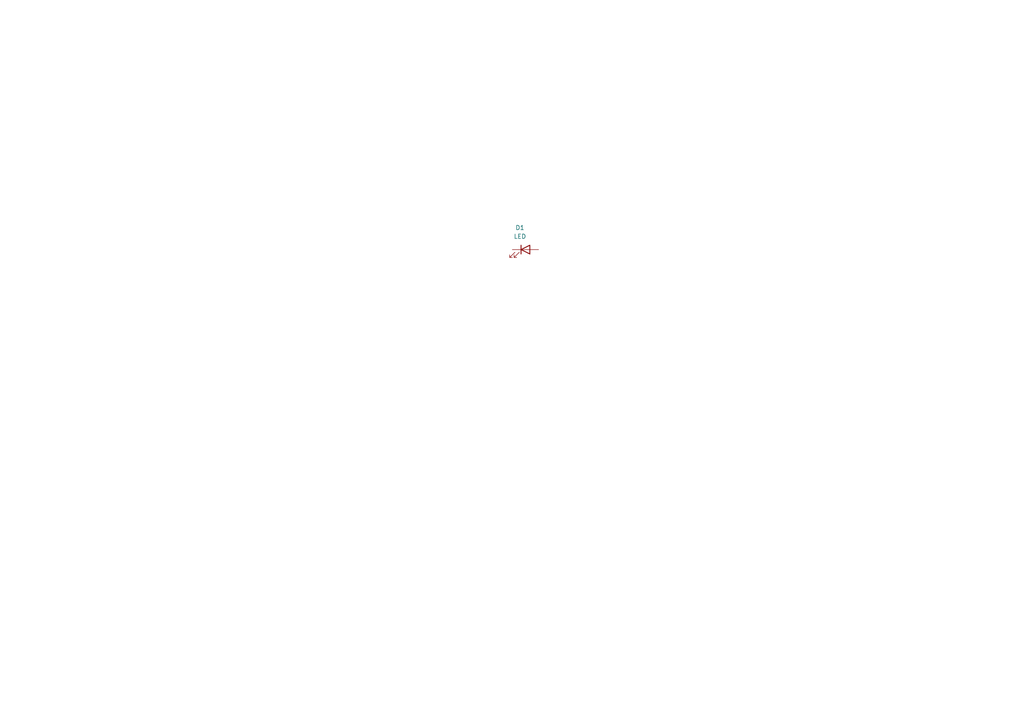
<source format=kicad_sch>
(kicad_sch (version 20231120) (generator "eeschema") (generator_version "8.0")
  (paper "A4")
  (lib_symbols
    (symbol "Device:LED" (pin_numbers hide) (pin_names (offset 1.016) hide)
      (property "Reference" "D" (at 0 2.54 0))
      (property "Value" "LED" (at 0 -2.54 0))
      (symbol "LED_0_1"
        (polyline (pts (xy -1.27 -1.27) (xy -1.27 1.27)) (stroke (width 0.254)))
        (polyline (pts (xy -1.27 0) (xy 1.27 0)))
        (polyline (pts (xy 1.27 -1.27) (xy 1.27 1.27) (xy -1.27 0) (xy 1.27 -1.27)) (stroke (width 0.254)))
        (polyline (pts (xy -3.048 -0.762) (xy -4.572 -2.286) (xy -3.81 -2.286) (xy -4.572 -2.286) (xy -4.572 -1.524)))
        (polyline (pts (xy -1.778 -0.762) (xy -3.302 -2.286) (xy -2.54 -2.286) (xy -3.302 -2.286) (xy -3.302 -1.524)))
      )
      (symbol "LED_1_1"
        (pin passive line (at -3.81 0 0) (length 2.54) (name "K") (number "1"))
        (pin passive line (at 3.81 0 180) (length 2.54) (name "A") (number "2"))
      )
    )
  )
  (symbol (lib_id "Device:LED") (at 152.4 72.39 0) (unit 1)
    (property "Reference" "D1" (at 150.8125 66.04 0))
    (property "Value" "LED" (at 150.8125 68.58 0))
    (property "Description" "Light emitting diode" (effects (hide yes)))
  )
)
</source>
